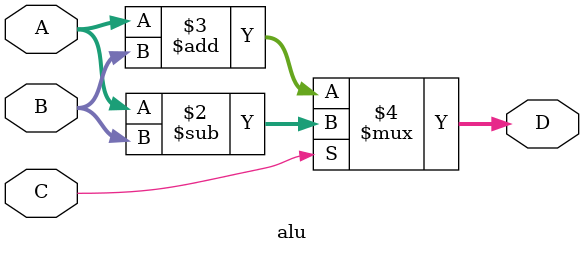
<source format=v>
module alu(A, B, C, D);
   input [3:0] A, B;
   input       C;
   output [3:0] D;

   assign D = (C == 1'b1) ? (A - B) : (A + B);

endmodule
 

</source>
